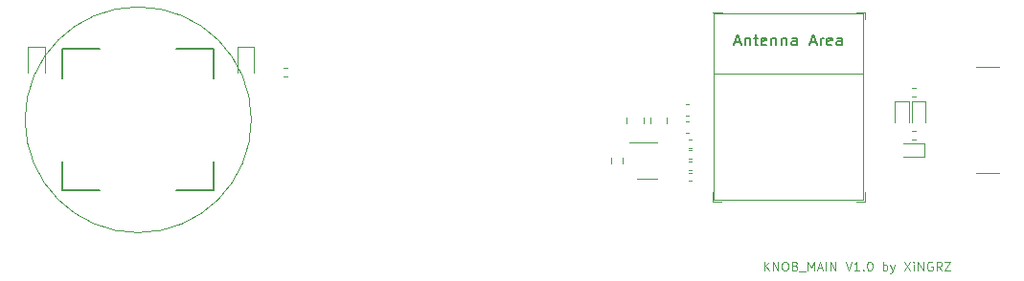
<source format=gbr>
%TF.GenerationSoftware,KiCad,Pcbnew,(5.1.9-0-10_14)*%
%TF.CreationDate,2021-09-01T15:37:48+08:00*%
%TF.ProjectId,KNOB_MAIN,4b4e4f42-5f4d-4414-994e-2e6b69636164,V1.0*%
%TF.SameCoordinates,Original*%
%TF.FileFunction,Legend,Top*%
%TF.FilePolarity,Positive*%
%FSLAX46Y46*%
G04 Gerber Fmt 4.6, Leading zero omitted, Abs format (unit mm)*
G04 Created by KiCad (PCBNEW (5.1.9-0-10_14)) date 2021-09-01 15:37:48*
%MOMM*%
%LPD*%
G01*
G04 APERTURE LIST*
%ADD10C,0.120000*%
%ADD11C,0.127000*%
%ADD12C,0.150000*%
G04 APERTURE END LIST*
D10*
X175312476Y-98361904D02*
X175312476Y-97561904D01*
X175769619Y-98361904D02*
X175426761Y-97904761D01*
X175769619Y-97561904D02*
X175312476Y-98019047D01*
X176112476Y-98361904D02*
X176112476Y-97561904D01*
X176569619Y-98361904D01*
X176569619Y-97561904D01*
X177102952Y-97561904D02*
X177255333Y-97561904D01*
X177331523Y-97600000D01*
X177407714Y-97676190D01*
X177445809Y-97828571D01*
X177445809Y-98095238D01*
X177407714Y-98247619D01*
X177331523Y-98323809D01*
X177255333Y-98361904D01*
X177102952Y-98361904D01*
X177026761Y-98323809D01*
X176950571Y-98247619D01*
X176912476Y-98095238D01*
X176912476Y-97828571D01*
X176950571Y-97676190D01*
X177026761Y-97600000D01*
X177102952Y-97561904D01*
X178055333Y-97942857D02*
X178169619Y-97980952D01*
X178207714Y-98019047D01*
X178245809Y-98095238D01*
X178245809Y-98209523D01*
X178207714Y-98285714D01*
X178169619Y-98323809D01*
X178093428Y-98361904D01*
X177788666Y-98361904D01*
X177788666Y-97561904D01*
X178055333Y-97561904D01*
X178131523Y-97600000D01*
X178169619Y-97638095D01*
X178207714Y-97714285D01*
X178207714Y-97790476D01*
X178169619Y-97866666D01*
X178131523Y-97904761D01*
X178055333Y-97942857D01*
X177788666Y-97942857D01*
X178398190Y-98438095D02*
X179007714Y-98438095D01*
X179198190Y-98361904D02*
X179198190Y-97561904D01*
X179464857Y-98133333D01*
X179731523Y-97561904D01*
X179731523Y-98361904D01*
X180074380Y-98133333D02*
X180455333Y-98133333D01*
X179998190Y-98361904D02*
X180264857Y-97561904D01*
X180531523Y-98361904D01*
X180798190Y-98361904D02*
X180798190Y-97561904D01*
X181179142Y-98361904D02*
X181179142Y-97561904D01*
X181636285Y-98361904D01*
X181636285Y-97561904D01*
X182512476Y-97561904D02*
X182779142Y-98361904D01*
X183045809Y-97561904D01*
X183731523Y-98361904D02*
X183274380Y-98361904D01*
X183502952Y-98361904D02*
X183502952Y-97561904D01*
X183426761Y-97676190D01*
X183350571Y-97752380D01*
X183274380Y-97790476D01*
X184074380Y-98285714D02*
X184112476Y-98323809D01*
X184074380Y-98361904D01*
X184036285Y-98323809D01*
X184074380Y-98285714D01*
X184074380Y-98361904D01*
X184607714Y-97561904D02*
X184683904Y-97561904D01*
X184760095Y-97600000D01*
X184798190Y-97638095D01*
X184836285Y-97714285D01*
X184874380Y-97866666D01*
X184874380Y-98057142D01*
X184836285Y-98209523D01*
X184798190Y-98285714D01*
X184760095Y-98323809D01*
X184683904Y-98361904D01*
X184607714Y-98361904D01*
X184531523Y-98323809D01*
X184493428Y-98285714D01*
X184455333Y-98209523D01*
X184417238Y-98057142D01*
X184417238Y-97866666D01*
X184455333Y-97714285D01*
X184493428Y-97638095D01*
X184531523Y-97600000D01*
X184607714Y-97561904D01*
X185826761Y-98361904D02*
X185826761Y-97561904D01*
X185826761Y-97866666D02*
X185902952Y-97828571D01*
X186055333Y-97828571D01*
X186131523Y-97866666D01*
X186169619Y-97904761D01*
X186207714Y-97980952D01*
X186207714Y-98209523D01*
X186169619Y-98285714D01*
X186131523Y-98323809D01*
X186055333Y-98361904D01*
X185902952Y-98361904D01*
X185826761Y-98323809D01*
X186474380Y-97828571D02*
X186664857Y-98361904D01*
X186855333Y-97828571D02*
X186664857Y-98361904D01*
X186588666Y-98552380D01*
X186550571Y-98590476D01*
X186474380Y-98628571D01*
X187693428Y-97561904D02*
X188226761Y-98361904D01*
X188226761Y-97561904D02*
X187693428Y-98361904D01*
X188531523Y-98361904D02*
X188531523Y-97828571D01*
X188531523Y-97561904D02*
X188493428Y-97600000D01*
X188531523Y-97638095D01*
X188569619Y-97600000D01*
X188531523Y-97561904D01*
X188531523Y-97638095D01*
X188912476Y-98361904D02*
X188912476Y-97561904D01*
X189369619Y-98361904D01*
X189369619Y-97561904D01*
X190169619Y-97600000D02*
X190093428Y-97561904D01*
X189979142Y-97561904D01*
X189864857Y-97600000D01*
X189788666Y-97676190D01*
X189750571Y-97752380D01*
X189712476Y-97904761D01*
X189712476Y-98019047D01*
X189750571Y-98171428D01*
X189788666Y-98247619D01*
X189864857Y-98323809D01*
X189979142Y-98361904D01*
X190055333Y-98361904D01*
X190169619Y-98323809D01*
X190207714Y-98285714D01*
X190207714Y-98019047D01*
X190055333Y-98019047D01*
X191007714Y-98361904D02*
X190741047Y-97980952D01*
X190550571Y-98361904D02*
X190550571Y-97561904D01*
X190855333Y-97561904D01*
X190931523Y-97600000D01*
X190969619Y-97638095D01*
X191007714Y-97714285D01*
X191007714Y-97828571D01*
X190969619Y-97904761D01*
X190931523Y-97942857D01*
X190855333Y-97980952D01*
X190550571Y-97980952D01*
X191274380Y-97561904D02*
X191807714Y-97561904D01*
X191274380Y-98361904D01*
X191807714Y-98361904D01*
X130000000Y-85000000D02*
G75*
G03*
X130000000Y-85000000I-10000000J0D01*
G01*
%TO.C,R6*%
X132846359Y-80420000D02*
X133153641Y-80420000D01*
X132846359Y-81180000D02*
X133153641Y-81180000D01*
%TO.C,D4*%
X130235000Y-80800000D02*
X130235000Y-78515000D01*
X130235000Y-78515000D02*
X128765000Y-78515000D01*
X128765000Y-78515000D02*
X128765000Y-80800000D01*
%TO.C,D5*%
X111735000Y-80800000D02*
X111735000Y-78515000D01*
X111735000Y-78515000D02*
X110265000Y-78515000D01*
X110265000Y-78515000D02*
X110265000Y-80800000D01*
%TO.C,C6*%
X168692164Y-89715000D02*
X168907836Y-89715000D01*
X168692164Y-90435000D02*
X168907836Y-90435000D01*
%TO.C,R5*%
X161777500Y-88862258D02*
X161777500Y-88387742D01*
X162822500Y-88862258D02*
X162822500Y-88387742D01*
%TO.C,R4*%
X168646359Y-86720000D02*
X168953641Y-86720000D01*
X168646359Y-87480000D02*
X168953641Y-87480000D01*
%TO.C,U1*%
X165850000Y-87015000D02*
X163400000Y-87015000D01*
X164050000Y-90235000D02*
X165850000Y-90235000D01*
%TO.C,C5*%
X168690580Y-85140000D02*
X168409420Y-85140000D01*
X168690580Y-86160000D02*
X168409420Y-86160000D01*
%TO.C,C4*%
X168690580Y-83590000D02*
X168409420Y-83590000D01*
X168690580Y-84610000D02*
X168409420Y-84610000D01*
%TO.C,C2*%
X166710000Y-85336251D02*
X166710000Y-84813747D01*
X165240000Y-85336251D02*
X165240000Y-84813747D01*
%TO.C,C1*%
X164660000Y-85336251D02*
X164660000Y-84813747D01*
X163190000Y-85336251D02*
X163190000Y-84813747D01*
%TO.C,U2*%
X170900000Y-75600000D02*
X184100000Y-75600000D01*
X184100000Y-92100000D02*
X170900000Y-92100000D01*
X170900000Y-80900000D02*
X184100000Y-80900000D01*
X170900000Y-92100000D02*
X170900000Y-75600000D01*
X184100000Y-75600000D02*
X184100000Y-92100000D01*
X183500000Y-75450000D02*
X184250000Y-75450000D01*
X184250000Y-75450000D02*
X184250000Y-76100000D01*
X171600000Y-75450000D02*
X170750000Y-75450000D01*
X170750000Y-91450000D02*
X170750000Y-92250000D01*
X170750000Y-92250000D02*
X171550000Y-92250000D01*
X184250000Y-91450000D02*
X184250000Y-92250000D01*
X184250000Y-92250000D02*
X183450000Y-92250000D01*
D11*
%TO.C,SW1*%
X126700000Y-78750000D02*
X123400000Y-78750000D01*
X126700000Y-81300000D02*
X126700000Y-78750000D01*
X126700000Y-91250000D02*
X126700000Y-88700000D01*
X123400000Y-91250000D02*
X126700000Y-91250000D01*
X113300000Y-78750000D02*
X116600000Y-78750000D01*
X113300000Y-81300000D02*
X113300000Y-78750000D01*
X113300000Y-91250000D02*
X113300000Y-88700000D01*
X116600000Y-91250000D02*
X113300000Y-91250000D01*
D10*
%TO.C,R3*%
X168646359Y-88480000D02*
X168953641Y-88480000D01*
X168646359Y-87720000D02*
X168953641Y-87720000D01*
%TO.C,C3*%
X168907836Y-88740000D02*
X168692164Y-88740000D01*
X168907836Y-89460000D02*
X168692164Y-89460000D01*
%TO.C,R2*%
X188396359Y-82980000D02*
X188703641Y-82980000D01*
X188396359Y-82220000D02*
X188703641Y-82220000D01*
%TO.C,R1*%
X188396359Y-86780000D02*
X188703641Y-86780000D01*
X188396359Y-86020000D02*
X188703641Y-86020000D01*
%TO.C,J1*%
X194100000Y-80300000D02*
X196100000Y-80300000D01*
X194100000Y-89700000D02*
X196100000Y-89700000D01*
%TO.C,D3*%
X187650000Y-87050000D02*
X189500000Y-87050000D01*
X187650000Y-88250000D02*
X189500000Y-88250000D01*
X189500000Y-88250000D02*
X189500000Y-87050000D01*
%TO.C,D2*%
X188400000Y-85200000D02*
X188400000Y-83350000D01*
X189600000Y-85200000D02*
X189600000Y-83350000D01*
X189600000Y-83350000D02*
X188400000Y-83350000D01*
%TO.C,D1*%
X186900000Y-85200000D02*
X186900000Y-83350000D01*
X188100000Y-85200000D02*
X188100000Y-83350000D01*
X188100000Y-83350000D02*
X186900000Y-83350000D01*
%TO.C,U2*%
D12*
X172738095Y-78116666D02*
X173214285Y-78116666D01*
X172642857Y-78402380D02*
X172976190Y-77402380D01*
X173309523Y-78402380D01*
X173642857Y-77735714D02*
X173642857Y-78402380D01*
X173642857Y-77830952D02*
X173690476Y-77783333D01*
X173785714Y-77735714D01*
X173928571Y-77735714D01*
X174023809Y-77783333D01*
X174071428Y-77878571D01*
X174071428Y-78402380D01*
X174404761Y-77735714D02*
X174785714Y-77735714D01*
X174547619Y-77402380D02*
X174547619Y-78259523D01*
X174595238Y-78354761D01*
X174690476Y-78402380D01*
X174785714Y-78402380D01*
X175500000Y-78354761D02*
X175404761Y-78402380D01*
X175214285Y-78402380D01*
X175119047Y-78354761D01*
X175071428Y-78259523D01*
X175071428Y-77878571D01*
X175119047Y-77783333D01*
X175214285Y-77735714D01*
X175404761Y-77735714D01*
X175500000Y-77783333D01*
X175547619Y-77878571D01*
X175547619Y-77973809D01*
X175071428Y-78069047D01*
X175976190Y-77735714D02*
X175976190Y-78402380D01*
X175976190Y-77830952D02*
X176023809Y-77783333D01*
X176119047Y-77735714D01*
X176261904Y-77735714D01*
X176357142Y-77783333D01*
X176404761Y-77878571D01*
X176404761Y-78402380D01*
X176880952Y-77735714D02*
X176880952Y-78402380D01*
X176880952Y-77830952D02*
X176928571Y-77783333D01*
X177023809Y-77735714D01*
X177166666Y-77735714D01*
X177261904Y-77783333D01*
X177309523Y-77878571D01*
X177309523Y-78402380D01*
X178214285Y-78402380D02*
X178214285Y-77878571D01*
X178166666Y-77783333D01*
X178071428Y-77735714D01*
X177880952Y-77735714D01*
X177785714Y-77783333D01*
X178214285Y-78354761D02*
X178119047Y-78402380D01*
X177880952Y-78402380D01*
X177785714Y-78354761D01*
X177738095Y-78259523D01*
X177738095Y-78164285D01*
X177785714Y-78069047D01*
X177880952Y-78021428D01*
X178119047Y-78021428D01*
X178214285Y-77973809D01*
X179404761Y-78116666D02*
X179880952Y-78116666D01*
X179309523Y-78402380D02*
X179642857Y-77402380D01*
X179976190Y-78402380D01*
X180309523Y-78402380D02*
X180309523Y-77735714D01*
X180309523Y-77926190D02*
X180357142Y-77830952D01*
X180404761Y-77783333D01*
X180500000Y-77735714D01*
X180595238Y-77735714D01*
X181309523Y-78354761D02*
X181214285Y-78402380D01*
X181023809Y-78402380D01*
X180928571Y-78354761D01*
X180880952Y-78259523D01*
X180880952Y-77878571D01*
X180928571Y-77783333D01*
X181023809Y-77735714D01*
X181214285Y-77735714D01*
X181309523Y-77783333D01*
X181357142Y-77878571D01*
X181357142Y-77973809D01*
X180880952Y-78069047D01*
X182214285Y-78402380D02*
X182214285Y-77878571D01*
X182166666Y-77783333D01*
X182071428Y-77735714D01*
X181880952Y-77735714D01*
X181785714Y-77783333D01*
X182214285Y-78354761D02*
X182119047Y-78402380D01*
X181880952Y-78402380D01*
X181785714Y-78354761D01*
X181738095Y-78259523D01*
X181738095Y-78164285D01*
X181785714Y-78069047D01*
X181880952Y-78021428D01*
X182119047Y-78021428D01*
X182214285Y-77973809D01*
%TD*%
M02*

</source>
